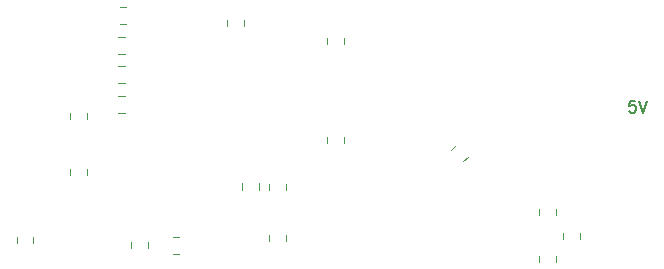
<source format=gbr>
%TF.GenerationSoftware,KiCad,Pcbnew,(5.1.2-1)-1*%
%TF.CreationDate,2020-01-20T17:34:23-08:00*%
%TF.ProjectId,Uno rev1.1,556e6f20-7265-4763-912e-312e6b696361,rev?*%
%TF.SameCoordinates,Original*%
%TF.FileFunction,Legend,Bot*%
%TF.FilePolarity,Positive*%
%FSLAX46Y46*%
G04 Gerber Fmt 4.6, Leading zero omitted, Abs format (unit mm)*
G04 Created by KiCad (PCBNEW (5.1.2-1)-1) date 2020-01-20 17:34:23*
%MOMM*%
%LPD*%
G04 APERTURE LIST*
%ADD10C,0.150000*%
%ADD11C,0.120000*%
G04 APERTURE END LIST*
D10*
X68389523Y-160742380D02*
X67913333Y-160742380D01*
X67865714Y-161218571D01*
X67913333Y-161170952D01*
X68008571Y-161123333D01*
X68246666Y-161123333D01*
X68341904Y-161170952D01*
X68389523Y-161218571D01*
X68437142Y-161313809D01*
X68437142Y-161551904D01*
X68389523Y-161647142D01*
X68341904Y-161694761D01*
X68246666Y-161742380D01*
X68008571Y-161742380D01*
X67913333Y-161694761D01*
X67865714Y-161647142D01*
X68722857Y-160742380D02*
X69056190Y-161742380D01*
X69389523Y-160742380D01*
D11*
%TO.C,R6*%
X20540000Y-167036252D02*
X20540000Y-166513748D01*
X21960000Y-167036252D02*
X21960000Y-166513748D01*
%TO.C,R5*%
X21935000Y-161763748D02*
X21935000Y-162286252D01*
X20515000Y-161763748D02*
X20515000Y-162286252D01*
%TO.C,C14*%
X15990000Y-172786252D02*
X15990000Y-172263748D01*
X17410000Y-172786252D02*
X17410000Y-172263748D01*
%TO.C,C3*%
X35090000Y-168261252D02*
X35090000Y-167738748D01*
X36510000Y-168261252D02*
X36510000Y-167738748D01*
%TO.C,R2*%
X25144252Y-160326000D02*
X24621748Y-160326000D01*
X25144252Y-161746000D02*
X24621748Y-161746000D01*
%TO.C,R3*%
X25144252Y-157830000D02*
X24621748Y-157830000D01*
X25144252Y-159250000D02*
X24621748Y-159250000D01*
%TO.C,R4*%
X63710000Y-172451252D02*
X63710000Y-171928748D01*
X62290000Y-172451252D02*
X62290000Y-171928748D01*
%TO.C,R8*%
X24621748Y-156750000D02*
X25144252Y-156750000D01*
X24621748Y-155330000D02*
X25144252Y-155330000D01*
%TO.C,R7*%
X25236252Y-152830000D02*
X24713748Y-152830000D01*
X25236252Y-154250000D02*
X24713748Y-154250000D01*
%TO.C,C1*%
X27126000Y-173244252D02*
X27126000Y-172721748D01*
X25706000Y-173244252D02*
X25706000Y-172721748D01*
%TO.C,C2*%
X29725252Y-172273000D02*
X29202748Y-172273000D01*
X29725252Y-173693000D02*
X29202748Y-173693000D01*
%TO.C,C4*%
X37390000Y-172077748D02*
X37390000Y-172600252D01*
X38810000Y-172077748D02*
X38810000Y-172600252D01*
%TO.C,C5*%
X53821529Y-165876563D02*
X54190995Y-165507097D01*
X52817437Y-164872471D02*
X53186903Y-164503005D01*
%TO.C,C6*%
X38810000Y-168291252D02*
X38810000Y-167768748D01*
X37390000Y-168291252D02*
X37390000Y-167768748D01*
%TO.C,C8*%
X33834000Y-153907748D02*
X33834000Y-154430252D01*
X35254000Y-153907748D02*
X35254000Y-154430252D01*
%TO.C,C9*%
X60250000Y-173864748D02*
X60250000Y-174387252D01*
X61670000Y-173864748D02*
X61670000Y-174387252D01*
%TO.C,C10*%
X43710000Y-155954252D02*
X43710000Y-155431748D01*
X42290000Y-155954252D02*
X42290000Y-155431748D01*
%TO.C,C11*%
X60250000Y-169909748D02*
X60250000Y-170432252D01*
X61670000Y-169909748D02*
X61670000Y-170432252D01*
%TO.C,C12*%
X43710000Y-164354252D02*
X43710000Y-163831748D01*
X42290000Y-164354252D02*
X42290000Y-163831748D01*
%TD*%
M02*

</source>
